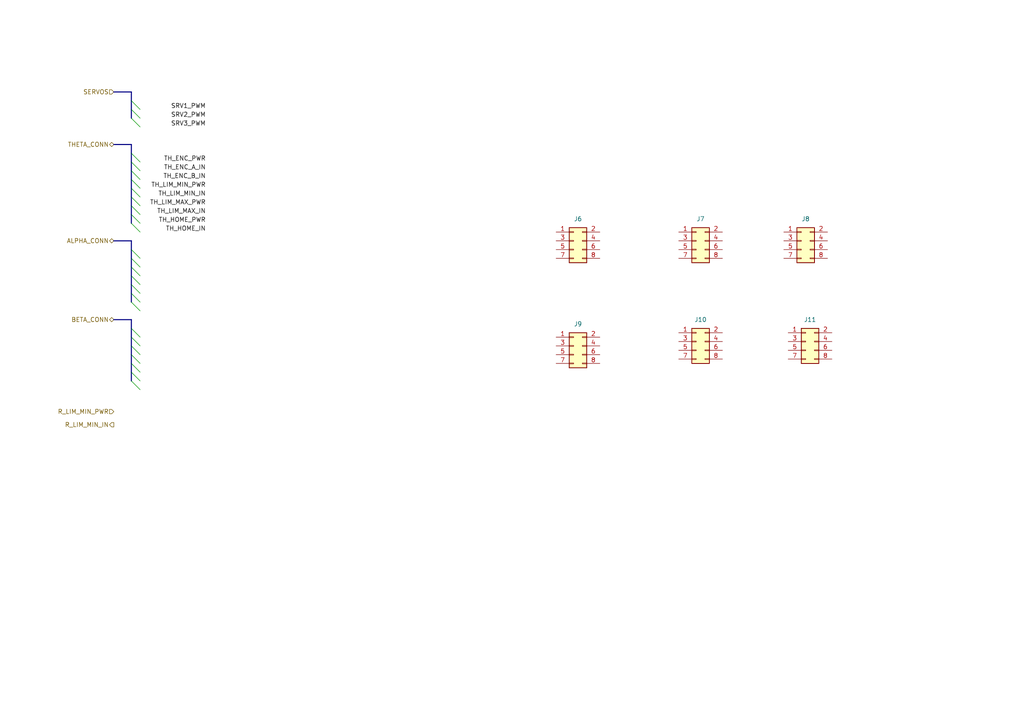
<source format=kicad_sch>
(kicad_sch (version 20231120) (generator "eeschema") (generator_version "8.0")
  (paper "A4")
  (title_block (title "Karcsi (INDACT Robot Arm) - Aux. Control Board 3") (date "2024-05-04") (rev "1.0") (company "LEGO Kör (legokor.hu)") (comment 1 "Designed by Panka Horváth, Gergely Halász, Máté Kovács") (comment 2 "Reviewed by Máté Kovács, "))
  (lib_symbols
    (symbol "Connector_Generic:Conn_02x04_Odd_Even" (pin_names (offset 1.016) hide)
      (property "Reference" "J" (at 1.27 5.08 0))
      (property "Value" "Conn_02x04_Odd_Even" (at 1.27 -7.62 0))
      (symbol "Conn_02x04_Odd_Even_1_1"
        (rectangle (start -1.27 -4.953) (end 0 -5.207) (stroke (width 0.1524)))
        (rectangle (start -1.27 -2.413) (end 0 -2.667) (stroke (width 0.1524)))
        (rectangle (start -1.27 0.127) (end 0 -0.127) (stroke (width 0.1524)))
        (rectangle (start -1.27 2.667) (end 0 2.413) (stroke (width 0.1524)))
        (rectangle (start -1.27 3.81) (end 3.81 -6.35) (stroke (width 0.254)) (fill (type background)))
        (rectangle (start 3.81 -4.953) (end 2.54 -5.207) (stroke (width 0.1524)))
        (rectangle (start 3.81 -2.413) (end 2.54 -2.667) (stroke (width 0.1524)))
        (rectangle (start 3.81 0.127) (end 2.54 -0.127) (stroke (width 0.1524)))
        (rectangle (start 3.81 2.667) (end 2.54 2.413) (stroke (width 0.1524)))
        (pin passive line (at -5.08 2.54 0) (length 3.81) (name "Pin_1") (number "1"))
        (pin passive line (at 7.62 2.54 180) (length 3.81) (name "Pin_2") (number "2"))
        (pin passive line (at -5.08 0 0) (length 3.81) (name "Pin_3") (number "3"))
        (pin passive line (at 7.62 0 180) (length 3.81) (name "Pin_4") (number "4"))
        (pin passive line (at -5.08 -2.54 0) (length 3.81) (name "Pin_5") (number "5"))
        (pin passive line (at 7.62 -2.54 180) (length 3.81) (name "Pin_6") (number "6"))
        (pin passive line (at -5.08 -5.08 0) (length 3.81) (name "Pin_7") (number "7"))
        (pin passive line (at 7.62 -5.08 180) (length 3.81) (name "Pin_8") (number "8"))
      )
    )
  )
  (bus_entry (at 38.1 72.39) (size 2.54 2.54))
  (bus_entry (at 38.1 85.09) (size 2.54 2.54))
  (bus_entry (at 38.1 100.33) (size 2.54 2.54))
  (bus_entry (at 38.1 34.29) (size 2.54 2.54))
  (bus_entry (at 38.1 44.45) (size 2.54 2.54))
  (bus_entry (at 38.1 29.21) (size 2.54 2.54))
  (bus_entry (at 38.1 95.25) (size 2.54 2.54))
  (bus_entry (at 38.1 77.47) (size 2.54 2.54))
  (bus_entry (at 38.1 74.93) (size 2.54 2.54))
  (bus_entry (at 38.1 82.55) (size 2.54 2.54))
  (bus_entry (at 38.1 31.75) (size 2.54 2.54))
  (bus_entry (at 38.1 52.07) (size 2.54 2.54))
  (bus_entry (at 38.1 102.87) (size 2.54 2.54))
  (bus_entry (at 38.1 49.53) (size 2.54 2.54))
  (bus_entry (at 38.1 59.69) (size 2.54 2.54))
  (bus_entry (at 38.1 87.63) (size 2.54 2.54))
  (bus_entry (at 38.1 57.15) (size 2.54 2.54))
  (bus_entry (at 38.1 54.61) (size 2.54 2.54))
  (bus_entry (at 38.1 107.95) (size 2.54 2.54))
  (bus_entry (at 38.1 46.99) (size 2.54 2.54))
  (bus_entry (at 38.1 64.77) (size 2.54 2.54))
  (bus_entry (at 38.1 105.41) (size 2.54 2.54))
  (bus_entry (at 38.1 110.49) (size 2.54 2.54))
  (bus_entry (at 38.1 62.23) (size 2.54 2.54))
  (bus_entry (at 38.1 80.01) (size 2.54 2.54))
  (bus_entry (at 38.1 97.79) (size 2.54 2.54))
  (bus (pts (xy 38.1 57.15) (xy 38.1 59.69)))
  (bus (pts (xy 33.02 41.91) (xy 38.1 41.91)))
  (bus (pts (xy 38.1 54.61) (xy 38.1 57.15)))
  (bus (pts (xy 38.1 107.95) (xy 38.1 110.49)))
  (bus (pts (xy 38.1 102.87) (xy 38.1 105.41)))
  (bus (pts (xy 38.1 92.71) (xy 38.1 95.25)))
  (bus (pts (xy 38.1 46.99) (xy 38.1 49.53)))
  (bus (pts (xy 38.1 49.53) (xy 38.1 52.07)))
  (bus (pts (xy 33.02 26.67) (xy 38.1 26.67)))
  (bus (pts (xy 38.1 95.25) (xy 38.1 97.79)))
  (bus (pts (xy 38.1 52.07) (xy 38.1 54.61)))
  (bus (pts (xy 33.02 69.85) (xy 38.1 69.85)))
  (bus (pts (xy 38.1 85.09) (xy 38.1 87.63)))
  (bus (pts (xy 38.1 82.55) (xy 38.1 85.09)))
  (bus (pts (xy 38.1 97.79) (xy 38.1 100.33)))
  (bus (pts (xy 38.1 44.45) (xy 38.1 46.99)))
  (bus (pts (xy 38.1 77.47) (xy 38.1 80.01)))
  (bus (pts (xy 38.1 41.91) (xy 38.1 44.45)))
  (bus (pts (xy 38.1 26.67) (xy 38.1 29.21)))
  (bus (pts (xy 38.1 74.93) (xy 38.1 77.47)))
  (bus (pts (xy 38.1 105.41) (xy 38.1 107.95)))
  (bus (pts (xy 38.1 72.39) (xy 38.1 74.93)))
  (bus (pts (xy 38.1 69.85) (xy 38.1 72.39)))
  (bus (pts (xy 38.1 100.33) (xy 38.1 102.87)))
  (bus (pts (xy 38.1 62.23) (xy 38.1 64.77)))
  (bus (pts (xy 38.1 80.01) (xy 38.1 82.55)))
  (bus (pts (xy 38.1 59.69) (xy 38.1 62.23)))
  (bus (pts (xy 38.1 29.21) (xy 38.1 31.75)))
  (bus (pts (xy 33.02 92.71) (xy 38.1 92.71)))
  (bus (pts (xy 38.1 31.75) (xy 38.1 34.29)))
  (label "TH_ENC_A_IN" (at 59.69 49.53 180))
  (label "TH_ENC_B_IN" (at 59.69 52.07 180))
  (label "SRV3_PWM" (at 59.69 36.83 180))
  (label "TH_HOME_IN" (at 59.69 67.31 180))
  (label "TH_LIM_MIN_PWR" (at 59.69 54.61 180))
  (label "TH_ENC_PWR" (at 59.69 46.99 180))
  (label "SRV1_PWM" (at 59.69 31.75 180))
  (label "TH_HOME_PWR" (at 59.69 64.77 180))
  (label "TH_LIM_MAX_PWR" (at 59.69 59.69 180))
  (label "TH_LIM_MIN_IN" (at 59.69 57.15 180))
  (label "SRV2_PWM" (at 59.69 34.29 180))
  (label "TH_LIM_MAX_IN" (at 59.69 62.23 180))
  (hierarchical_label "SERVOS" (shape input) (at 33.02 26.67 180))
  (hierarchical_label "THETA_CONN" (shape bidirectional) (at 33.02 41.91 180))
  (hierarchical_label "R_LIM_MIN_IN" (shape output) (at 33.02 123.19 180))
  (hierarchical_label "ALPHA_CONN" (shape bidirectional) (at 33.02 69.85 180))
  (hierarchical_label "BETA_CONN" (shape bidirectional) (at 33.02 92.71 180))
  (hierarchical_label "R_LIM_MIN_PWR" (shape input) (at 33.02 119.38 180))
  (symbol (lib_id "Connector_Generic:Conn_02x04_Odd_Even") (at 232.41 69.85 0) (unit 1)
    (property "Reference" "J8" (at 233.68 63.5 0))
    (property "Footprint" "Connector_PinHeader_2.54mm:PinHeader_2x04_P2.54mm_Horizontal" (effects (hide yes)))
    (property "Description" "Generic connector, double row, 02x04, odd/even pin numbering scheme (row 1 odd numbers, row 2 even numbers), script generated (kicad-library-utils/schlib/autogen/connector/)" (effects (hide yes)))
    (property "Sourced" "0" (effects (hide yes)))
    (property "Supplier" "LCSC" (effects (hide yes)))
    (property "Supplier item no" "C492432" (effects (hide yes)))
  )
  (symbol (lib_id "Connector_Generic:Conn_02x04_Odd_Even") (at 201.93 69.85 0) (unit 1)
    (property "Reference" "J7" (at 203.2 63.5 0))
    (property "Footprint" "Connector_PinHeader_2.54mm:PinHeader_2x04_P2.54mm_Horizontal" (effects (hide yes)))
    (property "Description" "Generic connector, double row, 02x04, odd/even pin numbering scheme (row 1 odd numbers, row 2 even numbers), script generated (kicad-library-utils/schlib/autogen/connector/)" (effects (hide yes)))
    (property "Sourced" "0" (effects (hide yes)))
    (property "Supplier" "LCSC" (effects (hide yes)))
    (property "Supplier item no" "C492432" (effects (hide yes)))
  )
  (symbol (lib_id "Connector_Generic:Conn_02x04_Odd_Even") (at 233.68 99.06 0) (unit 1)
    (property "Reference" "J11" (at 234.95 92.71 0))
    (property "Footprint" "Connector_PinHeader_2.54mm:PinHeader_2x04_P2.54mm_Horizontal" (effects (hide yes)))
    (property "Description" "Generic connector, double row, 02x04, odd/even pin numbering scheme (row 1 odd numbers, row 2 even numbers), script generated (kicad-library-utils/schlib/autogen/connector/)" (effects (hide yes)))
    (property "Sourced" "0" (effects (hide yes)))
    (property "Supplier" "LCSC" (effects (hide yes)))
    (property "Supplier item no" "C492432" (effects (hide yes)))
  )
  (symbol (lib_id "Connector_Generic:Conn_02x04_Odd_Even") (at 201.93 99.06 0) (unit 1)
    (property "Reference" "J10" (at 203.2 92.71 0))
    (property "Footprint" "Connector_PinHeader_2.54mm:PinHeader_2x04_P2.54mm_Horizontal" (effects (hide yes)))
    (property "Description" "Generic connector, double row, 02x04, odd/even pin numbering scheme (row 1 odd numbers, row 2 even numbers), script generated (kicad-library-utils/schlib/autogen/connector/)" (effects (hide yes)))
    (property "Sourced" "0" (effects (hide yes)))
    (property "Supplier" "LCSC" (effects (hide yes)))
    (property "Supplier item no" "C492432" (effects (hide yes)))
  )
  (symbol (lib_id "Connector_Generic:Conn_02x04_Odd_Even") (at 166.37 69.85 0) (unit 1)
    (property "Reference" "J6" (at 167.64 63.5 0))
    (property "Footprint" "Connector_PinHeader_2.54mm:PinHeader_2x04_P2.54mm_Horizontal" (effects (hide yes)))
    (property "Description" "Generic connector, double row, 02x04, odd/even pin numbering scheme (row 1 odd numbers, row 2 even numbers), script generated (kicad-library-utils/schlib/autogen/connector/)" (effects (hide yes)))
    (property "Sourced" "0" (effects (hide yes)))
    (property "Supplier" "LCSC" (effects (hide yes)))
    (property "Supplier item no" "C492432" (effects (hide yes)))
  )
  (symbol (lib_id "Connector_Generic:Conn_02x04_Odd_Even") (at 166.37 100.33 0) (unit 1)
    (property "Reference" "J9" (at 167.64 93.98 0))
    (property "Footprint" "Connector_PinHeader_2.54mm:PinHeader_2x04_P2.54mm_Horizontal" (effects (hide yes)))
    (property "Description" "Generic connector, double row, 02x04, odd/even pin numbering scheme (row 1 odd numbers, row 2 even numbers), script generated (kicad-library-utils/schlib/autogen/connector/)" (effects (hide yes)))
    (property "Sourced" "0" (effects (hide yes)))
    (property "Supplier" "LCSC" (effects (hide yes)))
    (property "Supplier item no" "C492432" (effects (hide yes)))
  )
)
</source>
